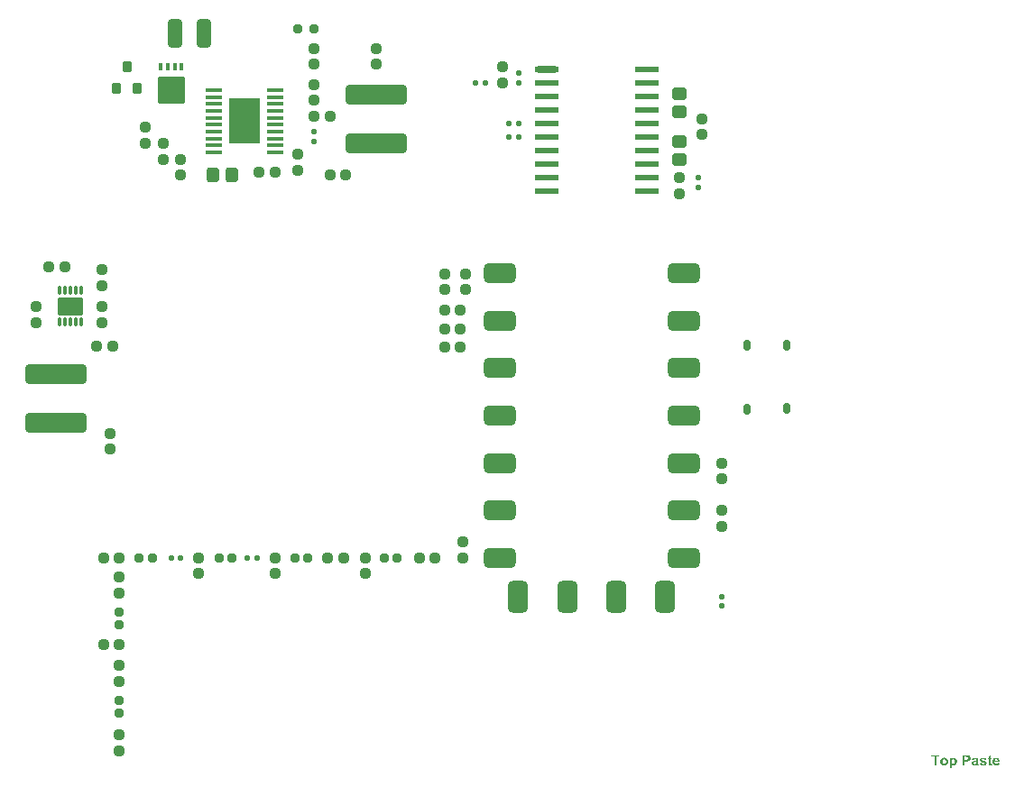
<source format=gbr>
%TF.GenerationSoftware,Altium Limited,Altium Designer,25.8.1 (18)*%
G04 Layer_Color=8421504*
%FSLAX45Y45*%
%MOMM*%
%TF.SameCoordinates,E40C52F6-B12D-486C-AAC2-1DB2447C0C70*%
%TF.FilePolarity,Positive*%
%TF.FileFunction,Paste,Top*%
%TF.Part,Single*%
G01*
G75*
%TA.AperFunction,SMDPad,CuDef*%
%ADD10R,2.30000X0.60000*%
%ADD11O,2.30000X0.60000*%
G04:AMPARAMS|DCode=12|XSize=1.9mm|YSize=3mm|CornerRadius=0.475mm|HoleSize=0mm|Usage=FLASHONLY|Rotation=0.000|XOffset=0mm|YOffset=0mm|HoleType=Round|Shape=RoundedRectangle|*
%AMROUNDEDRECTD12*
21,1,1.90000,2.05000,0,0,0.0*
21,1,0.95000,3.00000,0,0,0.0*
1,1,0.95000,0.47500,-1.02500*
1,1,0.95000,-0.47500,-1.02500*
1,1,0.95000,-0.47500,1.02500*
1,1,0.95000,0.47500,1.02500*
%
%ADD12ROUNDEDRECTD12*%
G04:AMPARAMS|DCode=13|XSize=0.95mm|YSize=0.95mm|CornerRadius=0.2375mm|HoleSize=0mm|Usage=FLASHONLY|Rotation=180.000|XOffset=0mm|YOffset=0mm|HoleType=Round|Shape=RoundedRectangle|*
%AMROUNDEDRECTD13*
21,1,0.95000,0.47500,0,0,180.0*
21,1,0.47500,0.95000,0,0,180.0*
1,1,0.47500,-0.23750,0.23750*
1,1,0.47500,0.23750,0.23750*
1,1,0.47500,0.23750,-0.23750*
1,1,0.47500,-0.23750,-0.23750*
%
%ADD13ROUNDEDRECTD13*%
G04:AMPARAMS|DCode=14|XSize=0.95mm|YSize=0.95mm|CornerRadius=0.2375mm|HoleSize=0mm|Usage=FLASHONLY|Rotation=90.000|XOffset=0mm|YOffset=0mm|HoleType=Round|Shape=RoundedRectangle|*
%AMROUNDEDRECTD14*
21,1,0.95000,0.47500,0,0,90.0*
21,1,0.47500,0.95000,0,0,90.0*
1,1,0.47500,0.23750,0.23750*
1,1,0.47500,0.23750,-0.23750*
1,1,0.47500,-0.23750,-0.23750*
1,1,0.47500,-0.23750,0.23750*
%
%ADD14ROUNDEDRECTD14*%
G04:AMPARAMS|DCode=15|XSize=0.44mm|YSize=0.54mm|CornerRadius=0.11mm|HoleSize=0mm|Usage=FLASHONLY|Rotation=90.000|XOffset=0mm|YOffset=0mm|HoleType=Round|Shape=RoundedRectangle|*
%AMROUNDEDRECTD15*
21,1,0.44000,0.32000,0,0,90.0*
21,1,0.22000,0.54000,0,0,90.0*
1,1,0.22000,0.16000,0.11000*
1,1,0.22000,0.16000,-0.11000*
1,1,0.22000,-0.16000,-0.11000*
1,1,0.22000,-0.16000,0.11000*
%
%ADD15ROUNDEDRECTD15*%
G04:AMPARAMS|DCode=16|XSize=0.44mm|YSize=0.54mm|CornerRadius=0.11mm|HoleSize=0mm|Usage=FLASHONLY|Rotation=0.000|XOffset=0mm|YOffset=0mm|HoleType=Round|Shape=RoundedRectangle|*
%AMROUNDEDRECTD16*
21,1,0.44000,0.32000,0,0,0.0*
21,1,0.22000,0.54000,0,0,0.0*
1,1,0.22000,0.11000,-0.16000*
1,1,0.22000,-0.11000,-0.16000*
1,1,0.22000,-0.11000,0.16000*
1,1,0.22000,0.11000,0.16000*
%
%ADD16ROUNDEDRECTD16*%
G04:AMPARAMS|DCode=17|XSize=0.7mm|YSize=1mm|CornerRadius=0.175mm|HoleSize=0mm|Usage=FLASHONLY|Rotation=0.000|XOffset=0mm|YOffset=0mm|HoleType=Round|Shape=RoundedRectangle|*
%AMROUNDEDRECTD17*
21,1,0.70000,0.65000,0,0,0.0*
21,1,0.35000,1.00000,0,0,0.0*
1,1,0.35000,0.17500,-0.32500*
1,1,0.35000,-0.17500,-0.32500*
1,1,0.35000,-0.17500,0.32500*
1,1,0.35000,0.17500,0.32500*
%
%ADD17ROUNDEDRECTD17*%
G04:AMPARAMS|DCode=18|XSize=1.64mm|YSize=2.38mm|CornerRadius=0.082mm|HoleSize=0mm|Usage=FLASHONLY|Rotation=270.000|XOffset=0mm|YOffset=0mm|HoleType=Round|Shape=RoundedRectangle|*
%AMROUNDEDRECTD18*
21,1,1.64000,2.21600,0,0,270.0*
21,1,1.47600,2.38000,0,0,270.0*
1,1,0.16400,-1.10800,-0.73800*
1,1,0.16400,-1.10800,0.73800*
1,1,0.16400,1.10800,0.73800*
1,1,0.16400,1.10800,-0.73800*
%
%ADD18ROUNDEDRECTD18*%
G04:AMPARAMS|DCode=19|XSize=0.86mm|YSize=0.27mm|CornerRadius=0.0675mm|HoleSize=0mm|Usage=FLASHONLY|Rotation=270.000|XOffset=0mm|YOffset=0mm|HoleType=Round|Shape=RoundedRectangle|*
%AMROUNDEDRECTD19*
21,1,0.86000,0.13500,0,0,270.0*
21,1,0.72500,0.27000,0,0,270.0*
1,1,0.13500,-0.06750,-0.36250*
1,1,0.13500,-0.06750,0.36250*
1,1,0.13500,0.06750,0.36250*
1,1,0.13500,0.06750,-0.36250*
%
%ADD19ROUNDEDRECTD19*%
G04:AMPARAMS|DCode=20|XSize=1.8mm|YSize=5.7mm|CornerRadius=0.27mm|HoleSize=0mm|Usage=FLASHONLY|Rotation=90.000|XOffset=0mm|YOffset=0mm|HoleType=Round|Shape=RoundedRectangle|*
%AMROUNDEDRECTD20*
21,1,1.80000,5.16000,0,0,90.0*
21,1,1.26000,5.70000,0,0,90.0*
1,1,0.54000,2.58000,0.63000*
1,1,0.54000,2.58000,-0.63000*
1,1,0.54000,-2.58000,-0.63000*
1,1,0.54000,-2.58000,0.63000*
%
%ADD20ROUNDEDRECTD20*%
G04:AMPARAMS|DCode=21|XSize=1.9mm|YSize=3mm|CornerRadius=0.475mm|HoleSize=0mm|Usage=FLASHONLY|Rotation=90.000|XOffset=0mm|YOffset=0mm|HoleType=Round|Shape=RoundedRectangle|*
%AMROUNDEDRECTD21*
21,1,1.90000,2.05000,0,0,90.0*
21,1,0.95000,3.00000,0,0,90.0*
1,1,0.95000,1.02500,0.47500*
1,1,0.95000,1.02500,-0.47500*
1,1,0.95000,-1.02500,-0.47500*
1,1,0.95000,-1.02500,0.47500*
%
%ADD21ROUNDEDRECTD21*%
G04:AMPARAMS|DCode=22|XSize=1.4mm|YSize=1.15mm|CornerRadius=0.2875mm|HoleSize=0mm|Usage=FLASHONLY|Rotation=180.000|XOffset=0mm|YOffset=0mm|HoleType=Round|Shape=RoundedRectangle|*
%AMROUNDEDRECTD22*
21,1,1.40000,0.57500,0,0,180.0*
21,1,0.82500,1.15000,0,0,180.0*
1,1,0.57500,-0.41250,0.28750*
1,1,0.57500,0.41250,0.28750*
1,1,0.57500,0.41250,-0.28750*
1,1,0.57500,-0.41250,-0.28750*
%
%ADD22ROUNDEDRECTD22*%
G04:AMPARAMS|DCode=23|XSize=0.8mm|YSize=0.8mm|CornerRadius=0.2mm|HoleSize=0mm|Usage=FLASHONLY|Rotation=270.000|XOffset=0mm|YOffset=0mm|HoleType=Round|Shape=RoundedRectangle|*
%AMROUNDEDRECTD23*
21,1,0.80000,0.40000,0,0,270.0*
21,1,0.40000,0.80000,0,0,270.0*
1,1,0.40000,-0.20000,-0.20000*
1,1,0.40000,-0.20000,0.20000*
1,1,0.40000,0.20000,0.20000*
1,1,0.40000,0.20000,-0.20000*
%
%ADD23ROUNDEDRECTD23*%
G04:AMPARAMS|DCode=24|XSize=1.4mm|YSize=1.15mm|CornerRadius=0.2875mm|HoleSize=0mm|Usage=FLASHONLY|Rotation=270.000|XOffset=0mm|YOffset=0mm|HoleType=Round|Shape=RoundedRectangle|*
%AMROUNDEDRECTD24*
21,1,1.40000,0.57500,0,0,270.0*
21,1,0.82500,1.15000,0,0,270.0*
1,1,0.57500,-0.28750,-0.41250*
1,1,0.57500,-0.28750,0.41250*
1,1,0.57500,0.28750,0.41250*
1,1,0.57500,0.28750,-0.41250*
%
%ADD24ROUNDEDRECTD24*%
G04:AMPARAMS|DCode=25|XSize=0.85mm|YSize=1.1mm|CornerRadius=0.2125mm|HoleSize=0mm|Usage=FLASHONLY|Rotation=180.000|XOffset=0mm|YOffset=0mm|HoleType=Round|Shape=RoundedRectangle|*
%AMROUNDEDRECTD25*
21,1,0.85000,0.67500,0,0,180.0*
21,1,0.42500,1.10000,0,0,180.0*
1,1,0.42500,-0.21250,0.33750*
1,1,0.42500,0.21250,0.33750*
1,1,0.42500,0.21250,-0.33750*
1,1,0.42500,-0.21250,-0.33750*
%
%ADD25ROUNDEDRECTD25*%
G04:AMPARAMS|DCode=26|XSize=0.7mm|YSize=0.4mm|CornerRadius=0.1mm|HoleSize=0mm|Usage=FLASHONLY|Rotation=270.000|XOffset=0mm|YOffset=0mm|HoleType=Round|Shape=RoundedRectangle|*
%AMROUNDEDRECTD26*
21,1,0.70000,0.20000,0,0,270.0*
21,1,0.50000,0.40000,0,0,270.0*
1,1,0.20000,-0.10000,-0.25000*
1,1,0.20000,-0.10000,0.25000*
1,1,0.20000,0.10000,0.25000*
1,1,0.20000,0.10000,-0.25000*
%
%ADD26ROUNDEDRECTD26*%
G04:AMPARAMS|DCode=27|XSize=2.51mm|YSize=2.55mm|CornerRadius=0.06275mm|HoleSize=0mm|Usage=FLASHONLY|Rotation=270.000|XOffset=0mm|YOffset=0mm|HoleType=Round|Shape=RoundedRectangle|*
%AMROUNDEDRECTD27*
21,1,2.51000,2.42450,0,0,270.0*
21,1,2.38450,2.55000,0,0,270.0*
1,1,0.12550,-1.21225,-1.19225*
1,1,0.12550,-1.21225,1.19225*
1,1,0.12550,1.21225,1.19225*
1,1,0.12550,1.21225,-1.19225*
%
%ADD27ROUNDEDRECTD27*%
G04:AMPARAMS|DCode=28|XSize=1.44mm|YSize=0.41mm|CornerRadius=0.05125mm|HoleSize=0mm|Usage=FLASHONLY|Rotation=0.000|XOffset=0mm|YOffset=0mm|HoleType=Round|Shape=RoundedRectangle|*
%AMROUNDEDRECTD28*
21,1,1.44000,0.30750,0,0,0.0*
21,1,1.33750,0.41000,0,0,0.0*
1,1,0.10250,0.66875,-0.15375*
1,1,0.10250,-0.66875,-0.15375*
1,1,0.10250,-0.66875,0.15375*
1,1,0.10250,0.66875,0.15375*
%
%ADD28ROUNDEDRECTD28*%
%ADD29R,3.00000X4.20000*%
G04:AMPARAMS|DCode=30|XSize=2.7mm|YSize=1.3mm|CornerRadius=0.325mm|HoleSize=0mm|Usage=FLASHONLY|Rotation=270.000|XOffset=0mm|YOffset=0mm|HoleType=Round|Shape=RoundedRectangle|*
%AMROUNDEDRECTD30*
21,1,2.70000,0.65000,0,0,270.0*
21,1,2.05000,1.30000,0,0,270.0*
1,1,0.65000,-0.32500,-1.02500*
1,1,0.65000,-0.32500,1.02500*
1,1,0.65000,0.32500,1.02500*
1,1,0.65000,0.32500,-1.02500*
%
%ADD30ROUNDEDRECTD30*%
G04:AMPARAMS|DCode=31|XSize=0.8mm|YSize=0.8mm|CornerRadius=0.2mm|HoleSize=0mm|Usage=FLASHONLY|Rotation=0.000|XOffset=0mm|YOffset=0mm|HoleType=Round|Shape=RoundedRectangle|*
%AMROUNDEDRECTD31*
21,1,0.80000,0.40000,0,0,0.0*
21,1,0.40000,0.80000,0,0,0.0*
1,1,0.40000,0.20000,-0.20000*
1,1,0.40000,-0.20000,-0.20000*
1,1,0.40000,-0.20000,0.20000*
1,1,0.40000,0.20000,0.20000*
%
%ADD31ROUNDEDRECTD31*%
G36*
X9469725Y664658D02*
X9470676D01*
X9471732Y664447D01*
X9472895Y664236D01*
X9474268Y663919D01*
X9475853Y663602D01*
X9477438Y663073D01*
X9479129Y662439D01*
X9480819Y661594D01*
X9482616Y660643D01*
X9484412Y659586D01*
X9486103Y658213D01*
X9487793Y656734D01*
X9489484Y655043D01*
X9489590Y654937D01*
X9489907Y654620D01*
X9490329Y654092D01*
X9490858Y653247D01*
X9491492Y652296D01*
X9492231Y651133D01*
X9492971Y649654D01*
X9493816Y648069D01*
X9494661Y646273D01*
X9495401Y644265D01*
X9496141Y642046D01*
X9496775Y639616D01*
X9497303Y637080D01*
X9497831Y634333D01*
X9498043Y631374D01*
X9498148Y628204D01*
Y627993D01*
Y627465D01*
X9498043Y626514D01*
Y625246D01*
X9497937Y623766D01*
X9497726Y622076D01*
X9497409Y620174D01*
X9497092Y618060D01*
X9496563Y615947D01*
X9496035Y613623D01*
X9495295Y611404D01*
X9494450Y609079D01*
X9493499Y606860D01*
X9492337Y604641D01*
X9490963Y602528D01*
X9489484Y600626D01*
X9489378Y600520D01*
X9489061Y600203D01*
X9488639Y599781D01*
X9487899Y599147D01*
X9487054Y598407D01*
X9486103Y597562D01*
X9484940Y596716D01*
X9483567Y595765D01*
X9482193Y594814D01*
X9480503Y593969D01*
X9478812Y593124D01*
X9476910Y592384D01*
X9475008Y591856D01*
X9472895Y591327D01*
X9470781Y591011D01*
X9468457Y590905D01*
X9467506D01*
X9466344Y591011D01*
X9464864Y591222D01*
X9463279Y591433D01*
X9461483Y591856D01*
X9459581Y592490D01*
X9457785Y593229D01*
X9457573Y593335D01*
X9456939Y593652D01*
X9455988Y594286D01*
X9454720Y595131D01*
X9453241Y596188D01*
X9451551Y597562D01*
X9449754Y599252D01*
X9447852Y601154D01*
Y565651D01*
X9429150D01*
Y663179D01*
X9446584D01*
Y652824D01*
X9446796Y652930D01*
X9447218Y653564D01*
X9447958Y654620D01*
X9449015Y655783D01*
X9450283Y657156D01*
X9451868Y658635D01*
X9453664Y660115D01*
X9455671Y661383D01*
X9455777D01*
X9455988Y661488D01*
X9456305Y661700D01*
X9456728Y661911D01*
X9457256Y662122D01*
X9457890Y662439D01*
X9459475Y663073D01*
X9461377Y663707D01*
X9463596Y664236D01*
X9466027Y664658D01*
X9468562Y664764D01*
X9469091D01*
X9469725Y664658D01*
D02*
G37*
G36*
X9745296D02*
X9746564D01*
X9747938Y664553D01*
X9749417Y664341D01*
X9751108Y664130D01*
X9754595Y663602D01*
X9758082Y662756D01*
X9759878Y662228D01*
X9761463Y661594D01*
X9763048Y660854D01*
X9764422Y660009D01*
X9764527D01*
X9764739Y659798D01*
X9765056Y659481D01*
X9765584Y659164D01*
X9766112Y658635D01*
X9766852Y658001D01*
X9767486Y657262D01*
X9768331Y656522D01*
X9769071Y655571D01*
X9769916Y654515D01*
X9770762Y653352D01*
X9771607Y652084D01*
X9772346Y650816D01*
X9773086Y649337D01*
X9774248Y646061D01*
X9756603Y642786D01*
Y642997D01*
X9756391Y643420D01*
X9756074Y644159D01*
X9755652Y645110D01*
X9755018Y646167D01*
X9754278Y647224D01*
X9753327Y648175D01*
X9752270Y649126D01*
X9752165Y649231D01*
X9751636Y649443D01*
X9751002Y649865D01*
X9749946Y650288D01*
X9748678Y650605D01*
X9747198Y651028D01*
X9745296Y651239D01*
X9743289Y651345D01*
X9742127D01*
X9740859Y651239D01*
X9739274Y651133D01*
X9737583Y650816D01*
X9735787Y650499D01*
X9734202Y649971D01*
X9732828Y649231D01*
X9732722Y649126D01*
X9732511Y649020D01*
X9732194Y648597D01*
X9731771Y648175D01*
X9731349Y647646D01*
X9731032Y647012D01*
X9730821Y646273D01*
X9730715Y645427D01*
Y645322D01*
Y645110D01*
X9730821Y644688D01*
X9730926Y644265D01*
X9731138Y643737D01*
X9731455Y643209D01*
X9731877Y642575D01*
X9732511Y642046D01*
X9732617Y641941D01*
X9732828Y641835D01*
X9733145Y641729D01*
X9733568Y641518D01*
X9734096Y641307D01*
X9734836Y640990D01*
X9735681Y640673D01*
X9736632Y640356D01*
X9737900Y639933D01*
X9739274Y639510D01*
X9740964Y638982D01*
X9742761Y638559D01*
X9744874Y637925D01*
X9747304Y637397D01*
X9749946Y636763D01*
X9750157D01*
X9750580Y636657D01*
X9751319Y636446D01*
X9752376Y636129D01*
X9753538Y635812D01*
X9755018Y635389D01*
X9756497Y634967D01*
X9758187Y634438D01*
X9761569Y633276D01*
X9765056Y631797D01*
X9766641Y631057D01*
X9768120Y630212D01*
X9769599Y629367D01*
X9770762Y628416D01*
X9770867Y628310D01*
X9770973Y628204D01*
X9771290Y627887D01*
X9771712Y627465D01*
X9772135Y627042D01*
X9772663Y626408D01*
X9773192Y625668D01*
X9773720Y624823D01*
X9774777Y622815D01*
X9775728Y620491D01*
X9776467Y617743D01*
X9776573Y616159D01*
X9776679Y614574D01*
Y614468D01*
Y614151D01*
Y613623D01*
X9776573Y612989D01*
X9776467Y612143D01*
X9776256Y611087D01*
X9776045Y610030D01*
X9775622Y608868D01*
X9775199Y607600D01*
X9774671Y606226D01*
X9774037Y604852D01*
X9773297Y603479D01*
X9772346Y602000D01*
X9771184Y600626D01*
X9770022Y599252D01*
X9768543Y597879D01*
X9768437Y597773D01*
X9768120Y597562D01*
X9767697Y597245D01*
X9767063Y596822D01*
X9766218Y596294D01*
X9765161Y595660D01*
X9763893Y595026D01*
X9762520Y594392D01*
X9760935Y593758D01*
X9759138Y593124D01*
X9757131Y592490D01*
X9755018Y591961D01*
X9752693Y591539D01*
X9750157Y591222D01*
X9747410Y591011D01*
X9744557Y590905D01*
X9743183D01*
X9742127Y591011D01*
X9740964Y591116D01*
X9739485Y591222D01*
X9738006Y591433D01*
X9736315Y591644D01*
X9732617Y592278D01*
X9728813Y593335D01*
X9726911Y594075D01*
X9725009Y594814D01*
X9723318Y595660D01*
X9721628Y596716D01*
X9721522Y596822D01*
X9721311Y597033D01*
X9720888Y597350D01*
X9720254Y597773D01*
X9719620Y598407D01*
X9718880Y599041D01*
X9718035Y599886D01*
X9717190Y600837D01*
X9716239Y602000D01*
X9715288Y603162D01*
X9714443Y604430D01*
X9713492Y605909D01*
X9712646Y607388D01*
X9711907Y608973D01*
X9711273Y610770D01*
X9710744Y612566D01*
X9729447Y615419D01*
Y615313D01*
X9729553Y615208D01*
X9729658Y614574D01*
X9729975Y613517D01*
X9730504Y612355D01*
X9731138Y610981D01*
X9731983Y609607D01*
X9732934Y608339D01*
X9734202Y607177D01*
X9734413Y607071D01*
X9734836Y606754D01*
X9735681Y606332D01*
X9736843Y605803D01*
X9738323Y605275D01*
X9740119Y604852D01*
X9742127Y604535D01*
X9744451Y604430D01*
X9745613D01*
X9746247Y604535D01*
X9746987D01*
X9748572Y604747D01*
X9750368Y605064D01*
X9752165Y605592D01*
X9753855Y606226D01*
X9755335Y607071D01*
X9755440Y607177D01*
X9755757Y607388D01*
X9756180Y607811D01*
X9756603Y608339D01*
X9757025Y609079D01*
X9757448Y609924D01*
X9757765Y610875D01*
X9757871Y612038D01*
Y612143D01*
Y612355D01*
X9757765Y612777D01*
X9757659Y613306D01*
X9757342Y614362D01*
X9756920Y614996D01*
X9756497Y615525D01*
X9756391Y615630D01*
X9756180Y615736D01*
X9755757Y616053D01*
X9755229Y616370D01*
X9754384Y616793D01*
X9753327Y617215D01*
X9751953Y617638D01*
X9750263Y618060D01*
X9750157D01*
X9750051Y618166D01*
X9749734D01*
X9749312Y618272D01*
X9748149Y618589D01*
X9746670Y618906D01*
X9744874Y619328D01*
X9742866Y619857D01*
X9740647Y620385D01*
X9738217Y621019D01*
X9733462Y622498D01*
X9731032Y623238D01*
X9728707Y623978D01*
X9726594Y624823D01*
X9724692Y625563D01*
X9723001Y626408D01*
X9721733Y627148D01*
X9721628Y627253D01*
X9721416Y627465D01*
X9720994Y627782D01*
X9720465Y628204D01*
X9719831Y628733D01*
X9719092Y629472D01*
X9718352Y630318D01*
X9717613Y631268D01*
X9716767Y632325D01*
X9716028Y633487D01*
X9715288Y634861D01*
X9714654Y636235D01*
X9714126Y637820D01*
X9713703Y639405D01*
X9713492Y641201D01*
X9713386Y642997D01*
Y643103D01*
Y643420D01*
Y643843D01*
X9713492Y644582D01*
X9713597Y645322D01*
X9713809Y646273D01*
X9714020Y647224D01*
X9714337Y648386D01*
X9715182Y650816D01*
X9715711Y652084D01*
X9716450Y653352D01*
X9717296Y654726D01*
X9718247Y655994D01*
X9719303Y657262D01*
X9720571Y658424D01*
X9720677Y658530D01*
X9720888Y658741D01*
X9721311Y659058D01*
X9721945Y659375D01*
X9722684Y659903D01*
X9723635Y660432D01*
X9724798Y660960D01*
X9726066Y661594D01*
X9727545Y662228D01*
X9729236Y662756D01*
X9731032Y663285D01*
X9733039Y663813D01*
X9735258Y664130D01*
X9737689Y664447D01*
X9740225Y664658D01*
X9742972Y664764D01*
X9744346D01*
X9745296Y664658D01*
D02*
G37*
G36*
X9672283D02*
X9673551D01*
X9674819Y664553D01*
X9676298Y664341D01*
X9679362Y664024D01*
X9682426Y663496D01*
X9685385Y662756D01*
X9686653Y662228D01*
X9687921Y661700D01*
X9688027D01*
X9688238Y661594D01*
X9688555Y661383D01*
X9688872Y661171D01*
X9690034Y660537D01*
X9691302Y659692D01*
X9692781Y658530D01*
X9694155Y657262D01*
X9695529Y655783D01*
X9696585Y654198D01*
X9696691Y653986D01*
X9696797Y653669D01*
X9697008Y653352D01*
X9697219Y652824D01*
X9697431Y652084D01*
X9697642Y651345D01*
X9697853Y650394D01*
X9698065Y649337D01*
X9698276Y648175D01*
X9698487Y646801D01*
X9698699Y645216D01*
X9698910Y643526D01*
X9699016Y641729D01*
X9699121Y639722D01*
Y637503D01*
X9698804Y615630D01*
Y615525D01*
Y615208D01*
Y614785D01*
Y614151D01*
Y613306D01*
Y612460D01*
X9698910Y610453D01*
X9699016Y608234D01*
X9699121Y605909D01*
X9699333Y603796D01*
X9699544Y602739D01*
X9699650Y601894D01*
Y601683D01*
X9699861Y601154D01*
X9700072Y600203D01*
X9700389Y599041D01*
X9700812Y597667D01*
X9701446Y596082D01*
X9702186Y594286D01*
X9703031Y592490D01*
X9684540D01*
Y592595D01*
X9684434Y592807D01*
X9684223Y593229D01*
X9684011Y593863D01*
X9683800Y594603D01*
X9683377Y595554D01*
X9683060Y596716D01*
X9682638Y597984D01*
Y598090D01*
X9682532Y598301D01*
X9682426Y598935D01*
X9682215Y599675D01*
X9682109Y599992D01*
X9682004Y600203D01*
X9681792Y599992D01*
X9681158Y599464D01*
X9680207Y598618D01*
X9678939Y597562D01*
X9677460Y596505D01*
X9675664Y595343D01*
X9673762Y594180D01*
X9671754Y593229D01*
X9671649D01*
X9671543Y593124D01*
X9671226Y593018D01*
X9670803Y592912D01*
X9669747Y592490D01*
X9668267Y592067D01*
X9666577Y591644D01*
X9664569Y591222D01*
X9662456Y591011D01*
X9660131Y590905D01*
X9659075D01*
X9658335Y591011D01*
X9657384Y591116D01*
X9656327Y591222D01*
X9655165Y591433D01*
X9653897Y591644D01*
X9651150Y592278D01*
X9648297Y593335D01*
X9646818Y594075D01*
X9645444Y594814D01*
X9644176Y595660D01*
X9642908Y596716D01*
X9642802Y596822D01*
X9642591Y597033D01*
X9642380Y597350D01*
X9641957Y597773D01*
X9641429Y598407D01*
X9640900Y599041D01*
X9640372Y599886D01*
X9639844Y600837D01*
X9639210Y601894D01*
X9638682Y602951D01*
X9637625Y605592D01*
X9637202Y606966D01*
X9636991Y608445D01*
X9636780Y610030D01*
X9636674Y611721D01*
Y611826D01*
Y612038D01*
Y612355D01*
Y612777D01*
X9636780Y613834D01*
X9636991Y615313D01*
X9637414Y617004D01*
X9637836Y618800D01*
X9638576Y620596D01*
X9639527Y622393D01*
Y622498D01*
X9639632Y622604D01*
X9640055Y623132D01*
X9640689Y623978D01*
X9641640Y625034D01*
X9642697Y626197D01*
X9644070Y627359D01*
X9645655Y628521D01*
X9647452Y629472D01*
X9647557D01*
X9647663Y629578D01*
X9647980Y629684D01*
X9648403Y629895D01*
X9648931Y630106D01*
X9649565Y630423D01*
X9650410Y630635D01*
X9651256Y630951D01*
X9652207Y631268D01*
X9653369Y631691D01*
X9654637Y632008D01*
X9655905Y632431D01*
X9657384Y632748D01*
X9658969Y633170D01*
X9660554Y633593D01*
X9662350Y633910D01*
X9662456D01*
X9662879Y634016D01*
X9663618Y634121D01*
X9664464Y634333D01*
X9665520Y634544D01*
X9666788Y634755D01*
X9668162Y635072D01*
X9669641Y635389D01*
X9672600Y636129D01*
X9675664Y636869D01*
X9677038Y637291D01*
X9678411Y637714D01*
X9679573Y638137D01*
X9680630Y638559D01*
Y640356D01*
Y640461D01*
Y640567D01*
Y641307D01*
X9680524Y642258D01*
X9680313Y643420D01*
X9679996Y644688D01*
X9679468Y645956D01*
X9678834Y647224D01*
X9677883Y648175D01*
X9677777Y648280D01*
X9677355Y648492D01*
X9676615Y648914D01*
X9675664Y649337D01*
X9674290Y649760D01*
X9672494Y650182D01*
X9671437Y650288D01*
X9670381Y650394D01*
X9669113Y650499D01*
X9666894D01*
X9665943Y650394D01*
X9664886Y650288D01*
X9663618Y649971D01*
X9662245Y649654D01*
X9660977Y649126D01*
X9659814Y648492D01*
X9659709Y648386D01*
X9659392Y648069D01*
X9658863Y647646D01*
X9658229Y646907D01*
X9657490Y645956D01*
X9656750Y644688D01*
X9656010Y643209D01*
X9655376Y641518D01*
X9638576Y644582D01*
Y644688D01*
X9638682Y645005D01*
X9638893Y645533D01*
X9639104Y646273D01*
X9639421Y647118D01*
X9639844Y648069D01*
X9640900Y650288D01*
X9642274Y652824D01*
X9643965Y655360D01*
X9645972Y657684D01*
X9647135Y658847D01*
X9648403Y659798D01*
X9648508Y659903D01*
X9648720Y660009D01*
X9649142Y660220D01*
X9649671Y660537D01*
X9650410Y660960D01*
X9651361Y661383D01*
X9652418Y661805D01*
X9653580Y662334D01*
X9655059Y662756D01*
X9656539Y663179D01*
X9658229Y663602D01*
X9660131Y664024D01*
X9662139Y664341D01*
X9664358Y664553D01*
X9666682Y664764D01*
X9671332D01*
X9672283Y664658D01*
D02*
G37*
G36*
X9588491Y689912D02*
X9590182D01*
X9592084Y689806D01*
X9596099Y689701D01*
X9598001Y689489D01*
X9599903Y689384D01*
X9601699Y689278D01*
X9603284Y689067D01*
X9604658Y688750D01*
X9605820Y688538D01*
X9605926D01*
X9606243Y688433D01*
X9606665Y688327D01*
X9607194Y688116D01*
X9607933Y687799D01*
X9608779Y687482D01*
X9610681Y686531D01*
X9612899Y685263D01*
X9615224Y683572D01*
X9616492Y682516D01*
X9617654Y681459D01*
X9618817Y680297D01*
X9619873Y678923D01*
X9619979Y678817D01*
X9620085Y678606D01*
X9620402Y678183D01*
X9620719Y677655D01*
X9621247Y676915D01*
X9621670Y675964D01*
X9622198Y675013D01*
X9622726Y673851D01*
X9623255Y672477D01*
X9623783Y671104D01*
X9624311Y669519D01*
X9624734Y667828D01*
X9625051Y666032D01*
X9625368Y664130D01*
X9625474Y662017D01*
X9625579Y659903D01*
Y659798D01*
Y659481D01*
Y659058D01*
Y658424D01*
X9625474Y657684D01*
X9625368Y656734D01*
X9625262Y655783D01*
X9625157Y654620D01*
X9624734Y652296D01*
X9624206Y649760D01*
X9623360Y647224D01*
X9622304Y644793D01*
Y644688D01*
X9622198Y644582D01*
X9621987Y644265D01*
X9621670Y643843D01*
X9621036Y642680D01*
X9620085Y641307D01*
X9618817Y639827D01*
X9617443Y638242D01*
X9615752Y636657D01*
X9613956Y635178D01*
X9613850D01*
X9613745Y635072D01*
X9613111Y634650D01*
X9612160Y634016D01*
X9610786Y633276D01*
X9609307Y632536D01*
X9607616Y631797D01*
X9605714Y631163D01*
X9603812Y630635D01*
X9603707D01*
X9603495Y630529D01*
X9603073D01*
X9602544Y630423D01*
X9601805Y630318D01*
X9600854Y630212D01*
X9599797Y630106D01*
X9598635Y630001D01*
X9597261Y629789D01*
X9595676Y629684D01*
X9593986Y629578D01*
X9592189Y629472D01*
X9590182Y629367D01*
X9588068D01*
X9585744Y629261D01*
X9570528D01*
Y592490D01*
X9550875D01*
Y690018D01*
X9586800D01*
X9588491Y689912D01*
D02*
G37*
G36*
X9334052Y673534D02*
X9305312D01*
Y592490D01*
X9285658D01*
Y673534D01*
X9256706D01*
Y690018D01*
X9334052D01*
Y673534D01*
D02*
G37*
G36*
X9866810Y664658D02*
X9867972Y664553D01*
X9869240Y664447D01*
X9870825Y664236D01*
X9872516Y663919D01*
X9874312Y663496D01*
X9876320Y662862D01*
X9878327Y662228D01*
X9880335Y661383D01*
X9882448Y660326D01*
X9884456Y659164D01*
X9886464Y657790D01*
X9888366Y656100D01*
X9890162Y654303D01*
X9890267Y654198D01*
X9890584Y653775D01*
X9891007Y653247D01*
X9891535Y652401D01*
X9892275Y651239D01*
X9893015Y649865D01*
X9893860Y648280D01*
X9894705Y646484D01*
X9895551Y644371D01*
X9896290Y641941D01*
X9897030Y639405D01*
X9897664Y636552D01*
X9898192Y633382D01*
X9898615Y630001D01*
X9898932Y626408D01*
Y622498D01*
X9852123D01*
Y622393D01*
Y622181D01*
Y621653D01*
X9852228Y621125D01*
X9852334Y620385D01*
X9852440Y619540D01*
X9852757Y617743D01*
X9853285Y615630D01*
X9854025Y613411D01*
X9855081Y611298D01*
X9856561Y609396D01*
X9856666D01*
X9856772Y609185D01*
X9857300Y608656D01*
X9858251Y607917D01*
X9859519Y607177D01*
X9861104Y606332D01*
X9863006Y605592D01*
X9865119Y605064D01*
X9866282Y604958D01*
X9867444Y604852D01*
X9868184D01*
X9868923Y604958D01*
X9869980Y605169D01*
X9871142Y605381D01*
X9872305Y605803D01*
X9873573Y606437D01*
X9874735Y607177D01*
X9874841Y607283D01*
X9875263Y607600D01*
X9875792Y608234D01*
X9876426Y609079D01*
X9877271Y610136D01*
X9878010Y611509D01*
X9878750Y613094D01*
X9879384Y614996D01*
X9897981Y611826D01*
Y611721D01*
X9897770Y611404D01*
X9897558Y610875D01*
X9897347Y610136D01*
X9896924Y609290D01*
X9896396Y608339D01*
X9895868Y607177D01*
X9895234Y606015D01*
X9893649Y603479D01*
X9891641Y600943D01*
X9889317Y598407D01*
X9887943Y597245D01*
X9886569Y596188D01*
X9886464Y596082D01*
X9886252Y595977D01*
X9885830Y595660D01*
X9885196Y595343D01*
X9884456Y594920D01*
X9883505Y594497D01*
X9882448Y594075D01*
X9881286Y593546D01*
X9879912Y593018D01*
X9878433Y592595D01*
X9876848Y592173D01*
X9875158Y591750D01*
X9873361Y591433D01*
X9871354Y591116D01*
X9869346Y591011D01*
X9867233Y590905D01*
X9866387D01*
X9865436Y591011D01*
X9864168Y591116D01*
X9862689Y591222D01*
X9860893Y591539D01*
X9858991Y591856D01*
X9856878Y592384D01*
X9854659Y593018D01*
X9852440Y593863D01*
X9850221Y594814D01*
X9847896Y595977D01*
X9845783Y597350D01*
X9843670Y598935D01*
X9841768Y600732D01*
X9839971Y602845D01*
X9839866Y602951D01*
X9839654Y603268D01*
X9839337Y603796D01*
X9838915Y604641D01*
X9838386Y605592D01*
X9837752Y606649D01*
X9837119Y608022D01*
X9836485Y609502D01*
X9835851Y611192D01*
X9835217Y613094D01*
X9834583Y615102D01*
X9834054Y617215D01*
X9833632Y619540D01*
X9833315Y621970D01*
X9833103Y624612D01*
X9832998Y627253D01*
Y627465D01*
Y627993D01*
X9833103Y628944D01*
Y630106D01*
X9833315Y631585D01*
X9833526Y633382D01*
X9833737Y635178D01*
X9834160Y637291D01*
X9834583Y639405D01*
X9835217Y641624D01*
X9835956Y643948D01*
X9836802Y646273D01*
X9837858Y648492D01*
X9839126Y650711D01*
X9840500Y652824D01*
X9842085Y654726D01*
X9842190Y654832D01*
X9842507Y655149D01*
X9843036Y655677D01*
X9843775Y656311D01*
X9844621Y657051D01*
X9845783Y657896D01*
X9847051Y658847D01*
X9848425Y659798D01*
X9850010Y660643D01*
X9851806Y661594D01*
X9853708Y662439D01*
X9855821Y663179D01*
X9857934Y663813D01*
X9860259Y664341D01*
X9862795Y664658D01*
X9865331Y664764D01*
X9866070D01*
X9866810Y664658D01*
D02*
G37*
G36*
X9812710Y663179D02*
X9825495D01*
Y648280D01*
X9812710D01*
Y619751D01*
Y619645D01*
Y619328D01*
Y618906D01*
Y618377D01*
Y617743D01*
Y616898D01*
Y615208D01*
X9812816Y613517D01*
Y611826D01*
X9812921Y611087D01*
Y610453D01*
X9813027Y609924D01*
Y609607D01*
Y609502D01*
X9813133Y609396D01*
X9813344Y608762D01*
X9813872Y608022D01*
X9814612Y607283D01*
X9814718D01*
X9814823Y607177D01*
X9815140Y607071D01*
X9815563Y606860D01*
X9816514Y606543D01*
X9817782Y606437D01*
X9818310D01*
X9818839Y606543D01*
X9819684Y606649D01*
X9820741Y606860D01*
X9822114Y607177D01*
X9823594Y607600D01*
X9825284Y608128D01*
X9826975Y593652D01*
X9826869D01*
X9826658Y593546D01*
X9826341Y593441D01*
X9825812Y593229D01*
X9825178Y593018D01*
X9824439Y592807D01*
X9823594Y592490D01*
X9822643Y592278D01*
X9820529Y591750D01*
X9817993Y591327D01*
X9815140Y591011D01*
X9812182Y590905D01*
X9811336D01*
X9810386Y591011D01*
X9809118Y591116D01*
X9807744Y591327D01*
X9806265Y591644D01*
X9804680Y592067D01*
X9803095Y592595D01*
X9802883Y592701D01*
X9802461Y592912D01*
X9801721Y593229D01*
X9800876Y593758D01*
X9799925Y594392D01*
X9798868Y595131D01*
X9798023Y595977D01*
X9797178Y596928D01*
X9797072Y597033D01*
X9796861Y597456D01*
X9796544Y598090D01*
X9796121Y598830D01*
X9795698Y599886D01*
X9795276Y601154D01*
X9794853Y602634D01*
X9794536Y604219D01*
Y604430D01*
X9794430Y604852D01*
Y605275D01*
X9794325Y605803D01*
Y606437D01*
Y607071D01*
X9794219Y607917D01*
Y608868D01*
X9794113Y609924D01*
Y611192D01*
X9794008Y612566D01*
Y614045D01*
Y615630D01*
Y617427D01*
Y648280D01*
X9785449D01*
Y663179D01*
X9794008D01*
Y677232D01*
X9812710Y688221D01*
Y663179D01*
D02*
G37*
G36*
X9380122Y664658D02*
X9381178Y664553D01*
X9382552Y664447D01*
X9384137Y664236D01*
X9385933Y663919D01*
X9387835Y663496D01*
X9389843Y662862D01*
X9391956Y662228D01*
X9394175Y661383D01*
X9396288Y660326D01*
X9398507Y659164D01*
X9400726Y657790D01*
X9402734Y656100D01*
X9404741Y654303D01*
X9404847Y654198D01*
X9405164Y653775D01*
X9405692Y653247D01*
X9406326Y652401D01*
X9407172Y651345D01*
X9408017Y650182D01*
X9408862Y648703D01*
X9409919Y647118D01*
X9410870Y645322D01*
X9411715Y643314D01*
X9412666Y641095D01*
X9413406Y638771D01*
X9414040Y636340D01*
X9414568Y633699D01*
X9414885Y630951D01*
X9414991Y627993D01*
Y627782D01*
Y627253D01*
X9414885Y626408D01*
Y625351D01*
X9414674Y623978D01*
X9414463Y622393D01*
X9414146Y620596D01*
X9413723Y618694D01*
X9413195Y616581D01*
X9412455Y614468D01*
X9411610Y612249D01*
X9410659Y610030D01*
X9409391Y607705D01*
X9408017Y605592D01*
X9406432Y603373D01*
X9404636Y601366D01*
X9404530Y601260D01*
X9404213Y600943D01*
X9403579Y600415D01*
X9402734Y599781D01*
X9401783Y598935D01*
X9400515Y598090D01*
X9399141Y597139D01*
X9397556Y596188D01*
X9395760Y595131D01*
X9393752Y594180D01*
X9391639Y593335D01*
X9389314Y592595D01*
X9386884Y591856D01*
X9384243Y591327D01*
X9381495Y591011D01*
X9378642Y590905D01*
X9377691D01*
X9376952Y591011D01*
X9376106D01*
X9375155Y591116D01*
X9373993Y591222D01*
X9372725Y591433D01*
X9369872Y591961D01*
X9366702Y592701D01*
X9363427Y593758D01*
X9360151Y595237D01*
X9360046Y595343D01*
X9359729Y595448D01*
X9359306Y595660D01*
X9358672Y596082D01*
X9357932Y596505D01*
X9357193Y597139D01*
X9355185Y598513D01*
X9353072Y600309D01*
X9350853Y602528D01*
X9348739Y605169D01*
X9346838Y608128D01*
Y608234D01*
X9346626Y608551D01*
X9346415Y608973D01*
X9346098Y609607D01*
X9345781Y610453D01*
X9345358Y611404D01*
X9345041Y612566D01*
X9344619Y613834D01*
X9344196Y615313D01*
X9343773Y616898D01*
X9343351Y618589D01*
X9343034Y620385D01*
X9342717Y622287D01*
X9342505Y624400D01*
X9342400Y626514D01*
X9342294Y628733D01*
Y628838D01*
Y629155D01*
Y629684D01*
X9342400Y630318D01*
Y631163D01*
X9342505Y632219D01*
X9342717Y633276D01*
X9342822Y634544D01*
X9343456Y637291D01*
X9344196Y640356D01*
X9345358Y643526D01*
X9345992Y645216D01*
X9346838Y646801D01*
X9346943Y646907D01*
X9347049Y647224D01*
X9347366Y647646D01*
X9347683Y648280D01*
X9348106Y649020D01*
X9348739Y649865D01*
X9350113Y651767D01*
X9352015Y653881D01*
X9354234Y656100D01*
X9356770Y658213D01*
X9359729Y660115D01*
X9359834Y660220D01*
X9360151Y660326D01*
X9360574Y660537D01*
X9361208Y660854D01*
X9362053Y661171D01*
X9363004Y661594D01*
X9364061Y662017D01*
X9365223Y662439D01*
X9366597Y662862D01*
X9368076Y663285D01*
X9371246Y664024D01*
X9374733Y664553D01*
X9376635Y664764D01*
X9379276D01*
X9380122Y664658D01*
D02*
G37*
%LPC*%
G36*
X9463385Y649971D02*
X9462751D01*
X9462223Y649865D01*
X9461694Y649760D01*
X9460955Y649654D01*
X9459370Y649337D01*
X9457573Y648703D01*
X9455671Y647752D01*
X9454720Y647118D01*
X9453770Y646378D01*
X9452819Y645533D01*
X9451973Y644582D01*
Y644476D01*
X9451762Y644371D01*
X9451551Y644054D01*
X9451234Y643631D01*
X9450917Y642997D01*
X9450600Y642363D01*
X9450177Y641518D01*
X9449754Y640673D01*
X9449332Y639616D01*
X9448909Y638454D01*
X9448592Y637186D01*
X9448275Y635812D01*
X9447958Y634227D01*
X9447747Y632642D01*
X9447641Y630846D01*
X9447535Y628944D01*
Y628838D01*
Y628416D01*
Y627782D01*
X9447641Y627042D01*
Y625985D01*
X9447747Y624823D01*
X9447958Y623661D01*
X9448169Y622287D01*
X9448698Y619434D01*
X9449543Y616476D01*
X9450705Y613728D01*
X9451339Y612460D01*
X9452185Y611298D01*
X9452290Y611192D01*
X9452396Y611087D01*
X9453030Y610453D01*
X9454087Y609502D01*
X9455460Y608551D01*
X9457151Y607494D01*
X9459053Y606543D01*
X9461377Y605909D01*
X9462540Y605803D01*
X9463808Y605698D01*
X9464442D01*
X9464864Y605803D01*
X9466027Y606015D01*
X9467611Y606332D01*
X9469302Y606966D01*
X9471098Y607917D01*
X9471944Y608445D01*
X9472895Y609185D01*
X9473740Y609924D01*
X9474585Y610875D01*
X9474691Y610981D01*
X9474797Y611087D01*
X9475008Y611404D01*
X9475325Y611826D01*
X9475642Y612460D01*
X9475959Y613094D01*
X9476382Y613940D01*
X9476804Y614996D01*
X9477227Y616053D01*
X9477650Y617321D01*
X9477967Y618694D01*
X9478284Y620279D01*
X9478601Y621970D01*
X9478812Y623872D01*
X9479023Y625880D01*
Y627993D01*
Y628099D01*
Y628521D01*
Y629050D01*
X9478918Y629789D01*
Y630740D01*
X9478812Y631797D01*
X9478601Y632959D01*
X9478495Y634227D01*
X9477967Y636869D01*
X9477121Y639616D01*
X9475959Y642258D01*
X9475325Y643420D01*
X9474480Y644476D01*
Y644582D01*
X9474268Y644688D01*
X9473634Y645322D01*
X9472683Y646167D01*
X9471415Y647224D01*
X9469830Y648280D01*
X9467928Y649126D01*
X9465815Y649760D01*
X9464653Y649865D01*
X9463385Y649971D01*
D02*
G37*
G36*
X9680630Y626408D02*
X9680419Y626302D01*
X9679890Y626197D01*
X9679045Y625880D01*
X9677777Y625563D01*
X9676192Y625140D01*
X9674185Y624612D01*
X9671860Y624083D01*
X9669113Y623449D01*
X9669007D01*
X9668796Y623344D01*
X9668373D01*
X9667845Y623132D01*
X9666577Y622815D01*
X9664992Y622498D01*
X9663301Y621970D01*
X9661611Y621442D01*
X9660131Y620913D01*
X9659497Y620596D01*
X9658969Y620279D01*
X9658863Y620174D01*
X9658441Y619857D01*
X9657807Y619223D01*
X9657173Y618483D01*
X9656539Y617532D01*
X9655905Y616370D01*
X9655482Y615102D01*
X9655376Y613728D01*
Y613517D01*
Y613094D01*
X9655482Y612355D01*
X9655693Y611404D01*
X9656116Y610347D01*
X9656539Y609185D01*
X9657278Y608128D01*
X9658229Y606966D01*
X9658335Y606860D01*
X9658758Y606543D01*
X9659392Y606015D01*
X9660237Y605592D01*
X9661399Y605064D01*
X9662667Y604535D01*
X9664147Y604219D01*
X9665731Y604113D01*
X9665943D01*
X9666577Y604219D01*
X9667528Y604324D01*
X9668796Y604535D01*
X9670275Y604958D01*
X9671966Y605486D01*
X9673656Y606332D01*
X9675347Y607388D01*
X9675453Y607494D01*
X9675875Y607811D01*
X9676509Y608339D01*
X9677143Y609079D01*
X9677989Y610030D01*
X9678728Y611087D01*
X9679362Y612249D01*
X9679890Y613517D01*
Y613623D01*
X9679996Y614045D01*
X9680102Y614679D01*
X9680313Y615525D01*
X9680419Y616793D01*
X9680524Y618377D01*
X9680630Y620279D01*
Y622604D01*
Y626408D01*
D02*
G37*
G36*
X9583736Y673534D02*
X9570528D01*
Y645744D01*
X9584159D01*
X9585216Y645850D01*
X9587646Y645956D01*
X9590182Y646061D01*
X9592718Y646378D01*
X9593986Y646590D01*
X9595042Y646695D01*
X9595993Y647012D01*
X9596839Y647224D01*
X9597050Y647329D01*
X9597473Y647541D01*
X9598212Y647858D01*
X9599058Y648386D01*
X9600008Y649126D01*
X9601065Y649971D01*
X9602122Y650922D01*
X9602967Y652084D01*
X9603073Y652190D01*
X9603284Y652718D01*
X9603707Y653352D01*
X9604129Y654303D01*
X9604552Y655360D01*
X9604975Y656628D01*
X9605186Y658107D01*
X9605292Y659692D01*
Y659798D01*
Y659903D01*
Y660537D01*
X9605080Y661594D01*
X9604869Y662756D01*
X9604552Y664130D01*
X9603918Y665609D01*
X9603178Y667089D01*
X9602122Y668462D01*
X9602016Y668568D01*
X9601593Y668991D01*
X9600854Y669625D01*
X9599903Y670364D01*
X9598846Y671104D01*
X9597473Y671738D01*
X9595888Y672372D01*
X9594197Y672794D01*
X9593986D01*
X9593457Y672900D01*
X9593035Y673006D01*
X9592506D01*
X9591872Y673111D01*
X9591133Y673217D01*
X9590182D01*
X9589125Y673323D01*
X9587963D01*
X9586695Y673428D01*
X9585321D01*
X9583736Y673534D01*
D02*
G37*
G36*
X9866387Y650499D02*
X9865753D01*
X9865331Y650394D01*
X9864274Y650288D01*
X9862795Y649971D01*
X9861210Y649443D01*
X9859519Y648597D01*
X9857934Y647435D01*
X9857089Y646801D01*
X9856349Y645956D01*
X9856138Y645744D01*
X9855715Y645110D01*
X9855081Y644159D01*
X9854342Y642786D01*
X9853602Y641095D01*
X9852968Y638982D01*
X9852545Y636657D01*
X9852440Y633910D01*
X9880335D01*
Y634016D01*
Y634227D01*
Y634650D01*
X9880229Y635284D01*
X9880124Y635918D01*
X9880018Y636657D01*
X9879701Y638454D01*
X9879173Y640461D01*
X9878433Y642469D01*
X9877482Y644476D01*
X9876109Y646167D01*
X9875897Y646378D01*
X9875369Y646801D01*
X9874524Y647541D01*
X9873361Y648386D01*
X9871988Y649126D01*
X9870297Y649865D01*
X9868395Y650288D01*
X9866387Y650499D01*
D02*
G37*
G36*
X9378537Y649548D02*
X9377797D01*
X9377374Y649443D01*
X9376740Y649337D01*
X9376001Y649231D01*
X9374310Y648809D01*
X9372303Y648175D01*
X9370295Y647224D01*
X9369238Y646590D01*
X9368287Y645850D01*
X9367231Y644899D01*
X9366280Y643948D01*
Y643843D01*
X9366068Y643737D01*
X9365857Y643314D01*
X9365540Y642892D01*
X9365117Y642363D01*
X9364695Y641624D01*
X9364272Y640778D01*
X9363849Y639827D01*
X9363427Y638771D01*
X9363004Y637503D01*
X9362581Y636235D01*
X9362159Y634755D01*
X9361842Y633170D01*
X9361631Y631480D01*
X9361525Y629684D01*
X9361419Y627782D01*
Y627676D01*
Y627359D01*
Y626725D01*
X9361525Y626091D01*
Y625140D01*
X9361631Y624189D01*
X9361842Y623027D01*
X9362053Y621759D01*
X9362581Y619223D01*
X9363427Y616476D01*
X9364695Y613940D01*
X9365434Y612672D01*
X9366280Y611615D01*
X9366385Y611509D01*
X9366491Y611404D01*
X9366808Y611087D01*
X9367125Y610770D01*
X9368287Y609924D01*
X9369661Y608868D01*
X9371457Y607811D01*
X9373571Y606966D01*
X9375895Y606332D01*
X9377163Y606226D01*
X9378537Y606120D01*
X9379276D01*
X9379805Y606226D01*
X9380333Y606332D01*
X9381073Y606437D01*
X9382763Y606860D01*
X9384771Y607494D01*
X9386779Y608445D01*
X9387835Y609079D01*
X9388892Y609819D01*
X9389843Y610664D01*
X9390794Y611615D01*
X9390899Y611721D01*
X9391005Y611932D01*
X9391216Y612249D01*
X9391533Y612672D01*
X9391956Y613200D01*
X9392379Y613940D01*
X9392801Y614785D01*
X9393330Y615736D01*
X9393752Y616793D01*
X9394175Y618060D01*
X9394598Y619434D01*
X9395020Y620808D01*
X9395337Y622393D01*
X9395549Y624083D01*
X9395760Y625985D01*
Y627887D01*
Y627993D01*
Y628310D01*
Y628944D01*
X9395654Y629578D01*
Y630529D01*
X9395549Y631480D01*
X9395337Y632642D01*
X9395126Y633804D01*
X9394598Y636446D01*
X9393647Y639088D01*
X9392484Y641624D01*
X9391639Y642892D01*
X9390794Y643948D01*
X9390688Y644054D01*
X9390582Y644159D01*
X9390265Y644476D01*
X9389948Y644793D01*
X9388892Y645744D01*
X9387413Y646801D01*
X9385616Y647752D01*
X9383503Y648703D01*
X9381178Y649337D01*
X9379910Y649443D01*
X9378537Y649548D01*
D02*
G37*
%LPD*%
D10*
X5645479Y5986926D02*
D03*
Y6113926D02*
D03*
Y6875926D02*
D03*
Y6494926D02*
D03*
Y6621926D02*
D03*
X6585479Y7129926D02*
D03*
Y5986926D02*
D03*
Y6367926D02*
D03*
Y6621926D02*
D03*
X5645479Y7002926D02*
D03*
Y6748926D02*
D03*
Y6367926D02*
D03*
Y6240926D02*
D03*
X6585479Y6494926D02*
D03*
Y6240926D02*
D03*
Y6113926D02*
D03*
Y6748926D02*
D03*
Y6875926D02*
D03*
Y7002926D02*
D03*
D11*
X5645479Y7129926D02*
D03*
D12*
X6301900Y2177800D02*
D03*
X5841900D02*
D03*
X6761900D02*
D03*
X5381900D02*
D03*
D13*
X1639400Y730623D02*
D03*
X2377929Y2392800D02*
D03*
X3944401D02*
D03*
X4861155Y2692800D02*
D03*
X1549400Y3560800D02*
D03*
X1474550Y5095300D02*
D03*
Y4902400D02*
D03*
X856651Y4899900D02*
D03*
X3099400Y2392800D02*
D03*
X4883473Y5061101D02*
D03*
X5231701Y7152926D02*
D03*
Y7002926D02*
D03*
X4883473Y5211101D02*
D03*
X4689890D02*
D03*
Y5061101D02*
D03*
X3099400Y2542800D02*
D03*
X4051573Y7177732D02*
D03*
Y7327732D02*
D03*
X7103401Y6516926D02*
D03*
Y6666926D02*
D03*
X856651Y4749900D02*
D03*
X1474550Y4752400D02*
D03*
Y5245300D02*
D03*
X1549400Y3710800D02*
D03*
X7294190Y2837800D02*
D03*
Y3282800D02*
D03*
Y3432800D02*
D03*
Y2987800D02*
D03*
X6891887Y5963926D02*
D03*
Y6113926D02*
D03*
X3462448Y7326656D02*
D03*
Y7176656D02*
D03*
X2209948Y6284857D02*
D03*
Y6134857D02*
D03*
X2047448Y6434857D02*
D03*
Y6284857D02*
D03*
X1884948Y6584857D02*
D03*
Y6434857D02*
D03*
X3315963Y6334858D02*
D03*
Y6184858D02*
D03*
X3462448Y6987357D02*
D03*
Y6837357D02*
D03*
X4861155Y2542800D02*
D03*
X3944401D02*
D03*
X2377929D02*
D03*
X1639400Y2210300D02*
D03*
Y2360300D02*
D03*
Y1382800D02*
D03*
Y1532800D02*
D03*
Y880623D02*
D03*
D14*
X1489400Y1727800D02*
D03*
X4689890Y4693494D02*
D03*
Y4518112D02*
D03*
X1576900Y4530300D02*
D03*
X976901Y5277800D02*
D03*
X1489400Y2542800D02*
D03*
X1639400D02*
D03*
X4451900D02*
D03*
X4601900D02*
D03*
X1126901Y5277800D02*
D03*
X1426900Y4530300D02*
D03*
X4839890Y4518112D02*
D03*
Y4693494D02*
D03*
X4689890Y4871823D02*
D03*
X4839890D02*
D03*
X3614766Y6138781D02*
D03*
X3764766D02*
D03*
X3462448Y6692357D02*
D03*
X3612448D02*
D03*
X3098448Y6159858D02*
D03*
X2948448D02*
D03*
X3594381Y2542800D02*
D03*
X3744381D02*
D03*
X1639400Y1727800D02*
D03*
D15*
X7294190Y2087800D02*
D03*
X5390000Y7092926D02*
D03*
X7294190Y2177800D02*
D03*
X7073401Y6023926D02*
D03*
Y6113926D02*
D03*
X5390000Y7002926D02*
D03*
X3461198Y6453608D02*
D03*
Y6543607D02*
D03*
D16*
X5295000Y6494926D02*
D03*
Y6621926D02*
D03*
X5071900Y7002926D02*
D03*
X4981900D02*
D03*
X2124500Y2542800D02*
D03*
X2214500D02*
D03*
X5385000Y6494926D02*
D03*
Y6621926D02*
D03*
X2836900Y2542800D02*
D03*
X2926900D02*
D03*
D17*
X7897330Y3941823D02*
D03*
Y4541823D02*
D03*
X7527330Y4536823D02*
D03*
Y3936823D02*
D03*
D18*
X1176901Y4902800D02*
D03*
D19*
X1126901Y5051301D02*
D03*
X1076901D02*
D03*
X1276901Y4754300D02*
D03*
X1226901D02*
D03*
X1176901D02*
D03*
X1126901D02*
D03*
X1076901D02*
D03*
X1276901Y5051301D02*
D03*
X1226901D02*
D03*
X1176901D02*
D03*
D20*
X1038595Y3810800D02*
D03*
Y4270800D02*
D03*
X4051573Y6894857D02*
D03*
Y6434857D02*
D03*
D21*
X6936900Y3432800D02*
D03*
X5206900Y4322801D02*
D03*
X6936900Y2987800D02*
D03*
X5206900Y4767801D02*
D03*
X6936900Y2542800D02*
D03*
Y3877800D02*
D03*
Y4322801D02*
D03*
Y4767801D02*
D03*
Y5212801D02*
D03*
X5206900Y2542800D02*
D03*
Y2987800D02*
D03*
Y3432800D02*
D03*
Y3877800D02*
D03*
Y5212801D02*
D03*
D22*
X6892379Y6727358D02*
D03*
Y6902358D02*
D03*
X6892379Y6455426D02*
D03*
Y6280426D02*
D03*
D23*
X3312448Y7508762D02*
D03*
X3462448D02*
D03*
X4124400Y2542800D02*
D03*
X4244401D02*
D03*
X3284400D02*
D03*
X3404401D02*
D03*
X2576901D02*
D03*
X2696901D02*
D03*
X1825000D02*
D03*
X1945000D02*
D03*
D24*
X2517848Y6134857D02*
D03*
X2692848D02*
D03*
D25*
X1612578Y6954357D02*
D03*
X1802578D02*
D03*
X1707577Y7154357D02*
D03*
D26*
X2027448D02*
D03*
X2092448D02*
D03*
X2157448D02*
D03*
X2222448D02*
D03*
D27*
X2124948Y6934857D02*
D03*
D28*
X2521448D02*
D03*
Y6869857D02*
D03*
Y6804857D02*
D03*
Y6739857D02*
D03*
Y6674857D02*
D03*
Y6609857D02*
D03*
Y6544857D02*
D03*
Y6479857D02*
D03*
Y6414857D02*
D03*
Y6349857D02*
D03*
X3098448D02*
D03*
Y6414857D02*
D03*
Y6479857D02*
D03*
Y6544857D02*
D03*
Y6609857D02*
D03*
Y6674857D02*
D03*
Y6739857D02*
D03*
Y6804857D02*
D03*
Y6869857D02*
D03*
Y6934857D02*
D03*
D29*
X2809948Y6642357D02*
D03*
D30*
X2427448Y7466578D02*
D03*
X2157448D02*
D03*
D31*
X1639400Y1912800D02*
D03*
Y2032800D02*
D03*
Y1080300D02*
D03*
Y1200300D02*
D03*
%TF.MD5,17b711253a8e9ecd54b5803a6734b7a4*%
M02*

</source>
